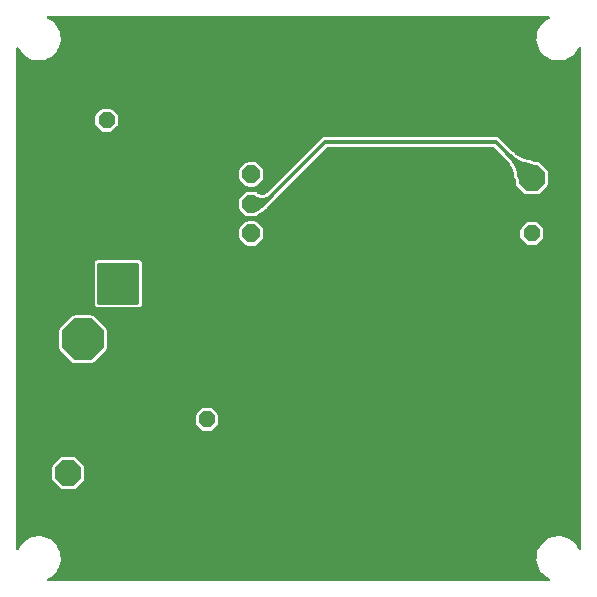
<source format=gbr>
%TF.GenerationSoftware,KiCad,Pcbnew,(6.0.2)*%
%TF.CreationDate,2022-08-10T10:43:00+08:00*%
%TF.ProjectId,TPS5430_Experiment,54505335-3433-4305-9f45-78706572696d,Sage Xiong*%
%TF.SameCoordinates,Original*%
%TF.FileFunction,Copper,L2,Bot*%
%TF.FilePolarity,Positive*%
%FSLAX46Y46*%
G04 Gerber Fmt 4.6, Leading zero omitted, Abs format (unit mm)*
G04 Created by KiCad (PCBNEW (6.0.2)) date 2022-08-10 10:43:00*
%MOMM*%
%LPD*%
G01*
G04 APERTURE LIST*
G04 Aperture macros list*
%AMFreePoly0*
4,1,21,0.304594,0.685355,0.685355,0.304595,0.685355,0.304594,0.700000,0.269239,0.700000,-0.269239,0.689644,-0.294239,0.685355,-0.304595,0.304594,-0.685355,0.269239,-0.700000,-0.269239,-0.700000,-0.294239,-0.689644,-0.304595,-0.685355,-0.685355,-0.304594,-0.700000,-0.269239,-0.700000,0.269239,-0.685355,0.304594,-0.304595,0.685355,-0.294239,0.689644,-0.269239,0.700000,0.269239,0.700000,
0.304594,0.685355,0.304594,0.685355,$1*%
%AMFreePoly1*
4,1,17,0.138909,0.285355,0.285355,0.138909,0.300000,0.103554,0.300000,-0.103554,0.285355,-0.138909,0.138909,-0.285355,0.103554,-0.300000,-0.103554,-0.300000,-0.138909,-0.285355,-0.285355,-0.138909,-0.300000,-0.103554,-0.300000,0.103554,-0.285355,0.138909,-0.138909,0.285355,-0.103554,0.300000,0.103554,0.300000,0.138909,0.285355,0.138909,0.285355,$1*%
%AMFreePoly2*
4,1,21,0.470280,1.085355,1.085355,0.470281,1.085355,0.470280,1.100000,0.434925,1.100000,-0.434925,1.089644,-0.459925,1.085355,-0.470281,0.470280,-1.085355,0.434925,-1.100000,-0.434925,-1.100000,-0.459925,-1.089644,-0.470281,-1.085355,-1.085355,-0.470280,-1.100000,-0.434925,-1.100000,0.434925,-1.085355,0.470280,-0.470281,1.085355,-0.459925,1.089644,-0.434925,1.100000,0.434925,1.100000,
0.470280,1.085355,0.470280,1.085355,$1*%
%AMFreePoly3*
4,1,13,1.735355,1.735355,1.750000,1.700000,1.750000,-1.700000,1.735355,-1.735355,1.700000,-1.750000,-1.700000,-1.750000,-1.735355,-1.735355,-1.750000,-1.700000,-1.750000,1.700000,-1.735355,1.735355,-1.700000,1.750000,1.700000,1.750000,1.735355,1.735355,1.735355,1.735355,$1*%
%AMFreePoly4*
4,1,21,0.893324,1.735355,1.485355,1.143325,1.485355,1.143324,1.500000,1.107969,1.500000,-1.107969,1.489644,-1.132969,1.485355,-1.143325,0.893324,-1.735355,0.857969,-1.750000,-0.857969,-1.750000,-0.882969,-1.739644,-0.893325,-1.735355,-1.485355,-1.143324,-1.500000,-1.107969,-1.500000,1.107969,-1.485355,1.143324,-0.893325,1.735355,-0.882969,1.739644,-0.857969,1.750000,0.857969,1.750000,
0.893324,1.735355,0.893324,1.735355,$1*%
%AMFreePoly5*
4,1,17,0.739519,1.735355,1.735355,0.739519,1.750000,0.704164,1.750000,-0.704164,1.735355,-0.739519,0.739519,-1.735355,0.704164,-1.750000,-0.704164,-1.750000,-0.739519,-1.735355,-1.735355,-0.739519,-1.750000,-0.704164,-1.750000,0.704164,-1.735355,0.739519,-0.739519,1.735355,-0.704164,1.750000,0.704164,1.750000,0.739519,1.735355,0.739519,1.735355,$1*%
%AMFreePoly6*
4,1,17,0.330276,0.747355,0.747355,0.330276,0.762000,0.294921,0.762000,-0.294921,0.747355,-0.330276,0.330276,-0.747355,0.294921,-0.762000,-0.294921,-0.762000,-0.330276,-0.747355,-0.747355,-0.330276,-0.762000,-0.294921,-0.762000,0.294921,-0.747355,0.330276,-0.330276,0.747355,-0.294921,0.762000,0.294921,0.762000,0.330276,0.747355,0.330276,0.747355,$1*%
G04 Aperture macros list end*
%TA.AperFunction,ComponentPad*%
%ADD10FreePoly0,0.000000*%
%TD*%
%TA.AperFunction,ComponentPad*%
%ADD11FreePoly1,180.000000*%
%TD*%
%TA.AperFunction,SMDPad,CuDef*%
%ADD12R,2.950000X4.500000*%
%TD*%
%TA.AperFunction,ComponentPad*%
%ADD13FreePoly0,180.000000*%
%TD*%
%TA.AperFunction,ComponentPad*%
%ADD14FreePoly2,90.000000*%
%TD*%
%TA.AperFunction,ComponentPad*%
%ADD15FreePoly3,0.000000*%
%TD*%
%TA.AperFunction,ComponentPad*%
%ADD16FreePoly4,0.000000*%
%TD*%
%TA.AperFunction,ComponentPad*%
%ADD17FreePoly5,0.000000*%
%TD*%
%TA.AperFunction,ComponentPad*%
%ADD18FreePoly0,270.000000*%
%TD*%
%TA.AperFunction,ComponentPad*%
%ADD19FreePoly6,270.000000*%
%TD*%
%TA.AperFunction,Conductor*%
%ADD20C,0.304800*%
%TD*%
G04 APERTURE END LIST*
D10*
%TO.P,TP3,1,1*%
%TO.N,Net-(C3-Pad1)*%
X163050000Y-96800000D03*
%TO.P,TP3,2*%
%TO.N,GNDREF*%
X165590007Y-96799998D03*
%TD*%
D11*
%TO.P,U1,9,GNDPAD*%
%TO.N,GNDREF*%
X139950000Y-101850000D03*
X141150000Y-101850000D03*
X141150000Y-100750000D03*
D12*
X140550000Y-102550000D03*
D11*
X139950000Y-104350000D03*
X141150000Y-103150000D03*
X139950000Y-100750000D03*
X139950000Y-103150000D03*
X141150000Y-104350000D03*
%TD*%
D13*
%TO.P,TP1,1,1*%
%TO.N,Net-(C2-Pad1)*%
X127043000Y-87206000D03*
%TO.P,TP1,2*%
%TO.N,GNDREF*%
X124503007Y-87206003D03*
%TD*%
D14*
%TO.P,J2,1,Pin_1*%
%TO.N,Net-(C3-Pad1)*%
X163050000Y-92090000D03*
%TO.P,J2,2,Pin_2*%
%TO.N,GNDREF*%
X163050000Y-87010000D03*
%TD*%
%TO.P,J1,1,Pin_1*%
%TO.N,Net-(F1-Pad1)*%
X123800000Y-117090000D03*
%TO.P,J1,2,Pin_2*%
%TO.N,GNDREF*%
X123800000Y-112010000D03*
%TD*%
D15*
%TO.P,J3,1*%
%TO.N,Net-(F1-Pad1)*%
X128050000Y-101050000D03*
D16*
%TO.P,J3,2*%
%TO.N,GNDREF*%
X122050000Y-101050000D03*
D17*
%TO.P,J3,3*%
%TO.N,N/C*%
X125050000Y-105750000D03*
%TD*%
D18*
%TO.P,TP2,1,1*%
%TO.N,Net-(C1-Pad2)*%
X135550000Y-112550000D03*
%TO.P,TP2,2*%
%TO.N,GNDREF*%
X135550005Y-115089998D03*
%TD*%
D19*
%TO.P,RV1,1*%
%TO.N,N/C*%
X139300011Y-91799988D03*
%TO.P,RV1,2*%
%TO.N,Net-(C3-Pad1)*%
X139300011Y-94299983D03*
%TO.P,RV1,3*%
%TO.N,Net-(R1-Pad2)*%
X139300011Y-96799978D03*
%TD*%
D20*
%TO.N,Net-(C3-Pad1)*%
X140300006Y-94299994D02*
X139300010Y-94299994D01*
X145550000Y-89050000D02*
X140300006Y-94299994D01*
X160010000Y-89050000D02*
X145550000Y-89050000D01*
X163050000Y-92090000D02*
X160010000Y-89050000D01*
%TD*%
%TA.AperFunction,Conductor*%
%TO.N,Net-(C3-Pad1)*%
G36*
X141007457Y-93392974D02*
G01*
X141206851Y-93592368D01*
X141210278Y-93600641D01*
X141206971Y-93608793D01*
X141012375Y-93809148D01*
X141012353Y-93809172D01*
X141012334Y-93809191D01*
X141012302Y-93809226D01*
X141012283Y-93809246D01*
X140844327Y-93991652D01*
X140701688Y-94151882D01*
X140701683Y-94151888D01*
X140575187Y-94293785D01*
X140574986Y-94294004D01*
X140455485Y-94421399D01*
X140455054Y-94421834D01*
X140333246Y-94538766D01*
X140332608Y-94539336D01*
X140199101Y-94649933D01*
X140198352Y-94650504D01*
X140043771Y-94758833D01*
X140043038Y-94759307D01*
X139857963Y-94869420D01*
X139857340Y-94869766D01*
X139639587Y-94981955D01*
X139630663Y-94982698D01*
X139626118Y-94979987D01*
X138927781Y-94308411D01*
X138924193Y-94300207D01*
X138927781Y-94291546D01*
X139239642Y-93991652D01*
X139626466Y-93619673D01*
X139634805Y-93616408D01*
X139639383Y-93617439D01*
X139789668Y-93685162D01*
X139789681Y-93685167D01*
X139789869Y-93685252D01*
X139790072Y-93685326D01*
X139936661Y-93738835D01*
X139936666Y-93738837D01*
X139936933Y-93738934D01*
X139937207Y-93739003D01*
X139937213Y-93739005D01*
X140039064Y-93764702D01*
X140075602Y-93773920D01*
X140208117Y-93788896D01*
X140208585Y-93788873D01*
X140208587Y-93788873D01*
X140276895Y-93785502D01*
X140336719Y-93782549D01*
X140337216Y-93782436D01*
X140337220Y-93782435D01*
X140463161Y-93753678D01*
X140463165Y-93753677D01*
X140463650Y-93753566D01*
X140464107Y-93753376D01*
X140464111Y-93753375D01*
X140543077Y-93720591D01*
X140591150Y-93700632D01*
X140591522Y-93700409D01*
X140721154Y-93622618D01*
X140721158Y-93622615D01*
X140721460Y-93622434D01*
X140856823Y-93517660D01*
X140875964Y-93499860D01*
X140991216Y-93392679D01*
X140999608Y-93389555D01*
X141007457Y-93392974D01*
G37*
%TD.AperFunction*%
%TD*%
%TA.AperFunction,Conductor*%
%TO.N,Net-(C3-Pad1)*%
G36*
X160995214Y-89819287D02*
G01*
X161257901Y-90069242D01*
X161257909Y-90069250D01*
X161258035Y-90069369D01*
X161499559Y-90272047D01*
X161499736Y-90272173D01*
X161499740Y-90272176D01*
X161571692Y-90323360D01*
X161720213Y-90429014D01*
X161720440Y-90429146D01*
X161720450Y-90429152D01*
X161893205Y-90529264D01*
X161928694Y-90549830D01*
X161928931Y-90549939D01*
X161928935Y-90549941D01*
X162133499Y-90643963D01*
X162133507Y-90643966D01*
X162133700Y-90644055D01*
X162343928Y-90721250D01*
X162344078Y-90721297D01*
X162344079Y-90721297D01*
X162469187Y-90760213D01*
X162568074Y-90790973D01*
X162814835Y-90862786D01*
X162976270Y-90911240D01*
X163092745Y-90946200D01*
X163093039Y-90946292D01*
X163247445Y-90997103D01*
X163403113Y-91048329D01*
X163409901Y-91054170D01*
X163411154Y-91059214D01*
X163438670Y-92466743D01*
X163435405Y-92475082D01*
X163426743Y-92478670D01*
X162019214Y-92451154D01*
X162011010Y-92447566D01*
X162008329Y-92443113D01*
X161906292Y-92133039D01*
X161906200Y-92132745D01*
X161822807Y-91854906D01*
X161822779Y-91854812D01*
X161751003Y-91608177D01*
X161751002Y-91608175D01*
X161750973Y-91608074D01*
X161681250Y-91383928D01*
X161604055Y-91173700D01*
X161509830Y-90968694D01*
X161448452Y-90862779D01*
X161389152Y-90760450D01*
X161389146Y-90760440D01*
X161389014Y-90760213D01*
X161283360Y-90611692D01*
X161232176Y-90539740D01*
X161232173Y-90539736D01*
X161232047Y-90539559D01*
X161029369Y-90298035D01*
X161029250Y-90297909D01*
X161029242Y-90297901D01*
X160779287Y-90035214D01*
X160776067Y-90026858D01*
X160779490Y-90018876D01*
X160978876Y-89819490D01*
X160987149Y-89816063D01*
X160995214Y-89819287D01*
G37*
%TD.AperFunction*%
%TD*%
%TA.AperFunction,Conductor*%
%TO.N,GNDREF*%
G36*
X164526275Y-78396202D02*
G01*
X164572768Y-78449858D01*
X164582872Y-78520132D01*
X164553378Y-78584712D01*
X164516575Y-78612442D01*
X164517100Y-78613387D01*
X164281828Y-78744069D01*
X164278196Y-78746841D01*
X164071509Y-78904579D01*
X164071505Y-78904583D01*
X164067884Y-78907346D01*
X163879751Y-79099797D01*
X163877066Y-79103486D01*
X163724058Y-79313696D01*
X163724053Y-79313703D01*
X163721370Y-79317390D01*
X163596059Y-79555567D01*
X163506443Y-79809338D01*
X163505560Y-79813820D01*
X163470855Y-79989900D01*
X163454399Y-80073389D01*
X163454172Y-80077942D01*
X163454172Y-80077945D01*
X163444991Y-80262383D01*
X163441018Y-80342186D01*
X163466579Y-80610100D01*
X163530547Y-80871518D01*
X163631583Y-81120963D01*
X163767569Y-81353210D01*
X163935658Y-81563395D01*
X164132327Y-81747113D01*
X164353457Y-81900516D01*
X164594416Y-82020391D01*
X164598750Y-82021812D01*
X164598753Y-82021813D01*
X164845823Y-82102807D01*
X164845829Y-82102808D01*
X164850156Y-82104227D01*
X164854647Y-82105007D01*
X164854648Y-82105007D01*
X165111538Y-82149611D01*
X165111546Y-82149612D01*
X165115319Y-82150267D01*
X165119156Y-82150458D01*
X165198777Y-82154422D01*
X165198785Y-82154422D01*
X165200348Y-82154500D01*
X165368374Y-82154500D01*
X165370642Y-82154335D01*
X165370654Y-82154335D01*
X165501457Y-82144844D01*
X165568425Y-82139985D01*
X165572880Y-82139001D01*
X165572883Y-82139001D01*
X165826770Y-82082947D01*
X165826772Y-82082946D01*
X165831226Y-82081963D01*
X166082900Y-81986613D01*
X166318172Y-81855931D01*
X166464842Y-81743996D01*
X166528491Y-81695421D01*
X166528495Y-81695417D01*
X166532116Y-81692654D01*
X166720249Y-81500203D01*
X166827242Y-81353210D01*
X166875942Y-81286304D01*
X166875947Y-81286297D01*
X166878630Y-81282610D01*
X166986292Y-81077978D01*
X167035711Y-81027005D01*
X167104843Y-81010842D01*
X167171740Y-81034621D01*
X167215160Y-81090791D01*
X167223800Y-81136645D01*
X167223800Y-123462839D01*
X167203798Y-123530960D01*
X167150142Y-123577453D01*
X167079868Y-123587557D01*
X167015288Y-123558063D01*
X166981016Y-123510142D01*
X166970130Y-123483267D01*
X166968417Y-123479037D01*
X166832431Y-123246790D01*
X166664342Y-123036605D01*
X166467673Y-122852887D01*
X166246543Y-122699484D01*
X166005584Y-122579609D01*
X166001250Y-122578188D01*
X166001247Y-122578187D01*
X165754177Y-122497193D01*
X165754171Y-122497192D01*
X165749844Y-122495773D01*
X165745352Y-122494993D01*
X165488462Y-122450389D01*
X165488454Y-122450388D01*
X165484681Y-122449733D01*
X165474718Y-122449237D01*
X165401223Y-122445578D01*
X165401215Y-122445578D01*
X165399652Y-122445500D01*
X165231626Y-122445500D01*
X165229358Y-122445665D01*
X165229346Y-122445665D01*
X165098543Y-122455156D01*
X165031575Y-122460015D01*
X165027120Y-122460999D01*
X165027117Y-122460999D01*
X164773230Y-122517053D01*
X164773228Y-122517054D01*
X164768774Y-122518037D01*
X164517100Y-122613387D01*
X164281828Y-122744069D01*
X164278196Y-122746841D01*
X164071509Y-122904579D01*
X164071505Y-122904583D01*
X164067884Y-122907346D01*
X163879751Y-123099797D01*
X163877066Y-123103486D01*
X163724058Y-123313696D01*
X163724053Y-123313703D01*
X163721370Y-123317390D01*
X163596059Y-123555567D01*
X163506443Y-123809338D01*
X163505560Y-123813820D01*
X163470855Y-123989900D01*
X163454399Y-124073389D01*
X163454172Y-124077942D01*
X163454172Y-124077945D01*
X163444991Y-124262383D01*
X163441018Y-124342186D01*
X163466579Y-124610100D01*
X163530547Y-124871518D01*
X163631583Y-125120963D01*
X163767569Y-125353210D01*
X163935658Y-125563395D01*
X164132327Y-125747113D01*
X164353457Y-125900516D01*
X164523255Y-125984989D01*
X164575336Y-126033240D01*
X164593063Y-126101987D01*
X164570809Y-126169406D01*
X164515637Y-126214090D01*
X164467133Y-126223800D01*
X122141846Y-126223800D01*
X122073725Y-126203798D01*
X122027232Y-126150142D01*
X122017128Y-126079868D01*
X122046622Y-126015288D01*
X122083425Y-125987558D01*
X122082900Y-125986613D01*
X122314179Y-125858149D01*
X122314180Y-125858148D01*
X122318172Y-125855931D01*
X122464842Y-125743996D01*
X122528491Y-125695421D01*
X122528495Y-125695417D01*
X122532116Y-125692654D01*
X122720249Y-125500203D01*
X122827242Y-125353210D01*
X122875942Y-125286304D01*
X122875947Y-125286297D01*
X122878630Y-125282610D01*
X123003941Y-125044433D01*
X123093557Y-124790662D01*
X123118688Y-124663156D01*
X123144720Y-124531083D01*
X123144721Y-124531077D01*
X123145601Y-124526611D01*
X123154782Y-124342186D01*
X123158755Y-124262383D01*
X123158755Y-124262377D01*
X123158982Y-124257814D01*
X123133421Y-123989900D01*
X123069453Y-123728482D01*
X122968417Y-123479037D01*
X122832431Y-123246790D01*
X122664342Y-123036605D01*
X122467673Y-122852887D01*
X122246543Y-122699484D01*
X122005584Y-122579609D01*
X122001250Y-122578188D01*
X122001247Y-122578187D01*
X121754177Y-122497193D01*
X121754171Y-122497192D01*
X121749844Y-122495773D01*
X121745352Y-122494993D01*
X121488462Y-122450389D01*
X121488454Y-122450388D01*
X121484681Y-122449733D01*
X121474718Y-122449237D01*
X121401223Y-122445578D01*
X121401215Y-122445578D01*
X121399652Y-122445500D01*
X121231626Y-122445500D01*
X121229358Y-122445665D01*
X121229346Y-122445665D01*
X121098543Y-122455156D01*
X121031575Y-122460015D01*
X121027120Y-122460999D01*
X121027117Y-122460999D01*
X120773230Y-122517053D01*
X120773228Y-122517054D01*
X120768774Y-122518037D01*
X120517100Y-122613387D01*
X120281828Y-122744069D01*
X120278196Y-122746841D01*
X120071509Y-122904579D01*
X120071505Y-122904583D01*
X120067884Y-122907346D01*
X119879751Y-123099797D01*
X119877066Y-123103486D01*
X119724058Y-123313696D01*
X119724053Y-123313703D01*
X119721370Y-123317390D01*
X119634098Y-123483267D01*
X119613708Y-123522022D01*
X119564289Y-123572995D01*
X119495157Y-123589158D01*
X119428260Y-123565379D01*
X119384840Y-123509209D01*
X119376200Y-123463355D01*
X119376200Y-116655075D01*
X122436393Y-116655075D01*
X122436394Y-117524921D01*
X122456145Y-117624222D01*
X122460265Y-117634170D01*
X122471996Y-117662492D01*
X122528250Y-117746681D01*
X123143325Y-118361756D01*
X123227509Y-118418004D01*
X123237447Y-118422121D01*
X123265769Y-118433853D01*
X123271840Y-118435061D01*
X123271841Y-118435061D01*
X123316198Y-118443884D01*
X123365075Y-118453607D01*
X124234929Y-118453607D01*
X124334229Y-118433853D01*
X124360932Y-118422793D01*
X124372496Y-118418003D01*
X124456681Y-118361750D01*
X125071756Y-117746675D01*
X125128004Y-117662491D01*
X125132124Y-117652545D01*
X125143855Y-117624223D01*
X125163606Y-117524920D01*
X125163607Y-116655070D01*
X125143853Y-116555769D01*
X125132121Y-116527447D01*
X125128004Y-116517509D01*
X125124560Y-116512354D01*
X125075189Y-116438465D01*
X125075186Y-116438461D01*
X125071750Y-116433319D01*
X124456676Y-115818245D01*
X124372492Y-115761996D01*
X124344170Y-115750265D01*
X124334222Y-115746145D01*
X124234920Y-115726394D01*
X123806793Y-115725890D01*
X123365078Y-115726394D01*
X123265777Y-115746145D01*
X123237455Y-115757876D01*
X123227509Y-115761996D01*
X123222369Y-115765430D01*
X123222366Y-115765432D01*
X123148467Y-115814810D01*
X123143319Y-115818250D01*
X122528247Y-116433321D01*
X122471997Y-116517504D01*
X122467207Y-116529068D01*
X122456147Y-116555771D01*
X122454941Y-116561834D01*
X122454941Y-116561836D01*
X122436393Y-116655075D01*
X119376200Y-116655075D01*
X119376200Y-112819244D01*
X134586393Y-112819244D01*
X134606147Y-112918545D01*
X134617879Y-112946867D01*
X134621996Y-112956805D01*
X134625432Y-112961948D01*
X134625434Y-112961951D01*
X134674811Y-113035849D01*
X134674813Y-113035851D01*
X134678250Y-113040995D01*
X135059010Y-113421755D01*
X135143194Y-113478004D01*
X135171516Y-113489735D01*
X135181464Y-113493855D01*
X135216012Y-113500727D01*
X135274807Y-113512421D01*
X135274809Y-113512421D01*
X135280766Y-113513606D01*
X135286841Y-113513629D01*
X135547011Y-113514612D01*
X135547276Y-113514613D01*
X135819236Y-113513606D01*
X135918537Y-113493855D01*
X135946859Y-113482124D01*
X135956805Y-113478004D01*
X135961945Y-113474570D01*
X135961948Y-113474568D01*
X136035847Y-113425190D01*
X136035848Y-113425189D01*
X136040995Y-113421750D01*
X136421753Y-113040993D01*
X136478003Y-112956810D01*
X136482793Y-112945246D01*
X136493853Y-112918543D01*
X136495059Y-112912480D01*
X136495060Y-112912477D01*
X136512401Y-112825304D01*
X136512401Y-112825299D01*
X136513607Y-112819239D01*
X136513606Y-112280765D01*
X136493855Y-112181464D01*
X136489735Y-112171516D01*
X136478004Y-112143194D01*
X136421750Y-112059005D01*
X136040989Y-111678244D01*
X135956805Y-111621996D01*
X135946867Y-111617879D01*
X135918545Y-111606147D01*
X135912474Y-111604939D01*
X135912473Y-111604939D01*
X135868116Y-111596116D01*
X135819239Y-111586393D01*
X135280757Y-111586393D01*
X135181457Y-111606147D01*
X135154754Y-111617207D01*
X135143190Y-111621997D01*
X135059005Y-111678250D01*
X134678244Y-112059011D01*
X134621996Y-112143195D01*
X134617876Y-112153141D01*
X134606145Y-112181463D01*
X134586394Y-112280766D01*
X134586393Y-112819244D01*
X119376200Y-112819244D01*
X119376200Y-106454168D01*
X123036393Y-106454168D01*
X123056147Y-106553468D01*
X123067207Y-106580171D01*
X123071997Y-106591735D01*
X123128250Y-106675920D01*
X124124086Y-107671756D01*
X124208270Y-107728004D01*
X124218208Y-107732121D01*
X124246530Y-107743853D01*
X124252601Y-107745061D01*
X124252602Y-107745061D01*
X124296959Y-107753884D01*
X124345836Y-107763607D01*
X125754169Y-107763607D01*
X125760230Y-107762401D01*
X125760233Y-107762401D01*
X125847403Y-107745060D01*
X125847404Y-107745060D01*
X125853470Y-107743853D01*
X125881792Y-107732121D01*
X125891730Y-107728004D01*
X125896873Y-107724568D01*
X125896876Y-107724566D01*
X125970774Y-107675189D01*
X125970778Y-107675186D01*
X125975920Y-107671750D01*
X126971753Y-106675918D01*
X127028003Y-106591735D01*
X127032793Y-106580171D01*
X127043853Y-106553468D01*
X127063607Y-106454164D01*
X127063607Y-105045831D01*
X127043853Y-104946530D01*
X127032121Y-104918208D01*
X127028004Y-104908270D01*
X126975196Y-104829237D01*
X126975189Y-104829226D01*
X126975186Y-104829222D01*
X126971750Y-104824080D01*
X125975918Y-103828247D01*
X125891735Y-103771997D01*
X125880171Y-103767207D01*
X125853468Y-103756147D01*
X125847405Y-103754941D01*
X125847402Y-103754940D01*
X125760229Y-103737599D01*
X125760224Y-103737599D01*
X125754164Y-103736393D01*
X124345832Y-103736393D01*
X124246532Y-103756147D01*
X124219829Y-103767207D01*
X124208265Y-103771997D01*
X124124080Y-103828250D01*
X123128244Y-104824086D01*
X123071996Y-104908270D01*
X123067879Y-104918208D01*
X123056147Y-104946530D01*
X123036393Y-105045836D01*
X123036393Y-106454168D01*
X119376200Y-106454168D01*
X119376200Y-102749996D01*
X126036394Y-102749996D01*
X126056145Y-102849297D01*
X126060265Y-102859245D01*
X126071996Y-102887567D01*
X126128249Y-102971756D01*
X126138567Y-102978650D01*
X126138569Y-102978652D01*
X126172198Y-103001121D01*
X126212433Y-103028004D01*
X126250702Y-103043855D01*
X126256769Y-103045062D01*
X126256773Y-103045063D01*
X126315763Y-103056796D01*
X126349996Y-103063606D01*
X129749997Y-103063606D01*
X129756064Y-103062399D01*
X129756067Y-103062399D01*
X129789649Y-103055719D01*
X129849298Y-103043855D01*
X129887567Y-103028004D01*
X129971755Y-102971751D01*
X130028004Y-102887567D01*
X130039735Y-102859245D01*
X130043855Y-102849297D01*
X130063606Y-102750004D01*
X130063606Y-99350003D01*
X130043855Y-99250702D01*
X130028004Y-99212433D01*
X129971751Y-99128245D01*
X129887567Y-99071996D01*
X129859245Y-99060265D01*
X129849297Y-99056145D01*
X129843230Y-99054938D01*
X129843226Y-99054937D01*
X129783561Y-99043069D01*
X129750004Y-99036394D01*
X126350004Y-99036394D01*
X126343937Y-99037601D01*
X126343934Y-99037601D01*
X126281129Y-99050093D01*
X126250703Y-99056145D01*
X126240755Y-99060265D01*
X126212433Y-99071996D01*
X126207282Y-99075438D01*
X126138565Y-99121353D01*
X126128244Y-99128249D01*
X126121350Y-99138567D01*
X126121348Y-99138569D01*
X126098879Y-99172198D01*
X126071996Y-99212433D01*
X126056145Y-99250702D01*
X126036394Y-99349996D01*
X126036394Y-102749996D01*
X119376200Y-102749996D01*
X119376200Y-97094904D01*
X138274404Y-97094904D01*
X138275610Y-97100964D01*
X138275610Y-97100968D01*
X138292951Y-97188137D01*
X138294158Y-97194205D01*
X138305890Y-97222527D01*
X138310007Y-97232465D01*
X138313443Y-97237608D01*
X138313445Y-97237611D01*
X138352038Y-97295369D01*
X138366261Y-97316655D01*
X138783336Y-97733731D01*
X138788477Y-97737166D01*
X138788478Y-97737167D01*
X138828048Y-97763607D01*
X138867519Y-97789981D01*
X138879083Y-97794771D01*
X138905786Y-97805831D01*
X138911849Y-97807037D01*
X138911852Y-97807038D01*
X138999092Y-97824392D01*
X138999094Y-97824392D01*
X139005090Y-97825585D01*
X139296388Y-97826261D01*
X139588824Y-97825599D01*
X139588826Y-97825599D01*
X139594937Y-97825585D01*
X139600927Y-97824393D01*
X139600931Y-97824393D01*
X139688171Y-97807038D01*
X139688172Y-97807038D01*
X139694238Y-97805831D01*
X139722560Y-97794099D01*
X139732498Y-97789982D01*
X139737641Y-97786546D01*
X139737644Y-97786544D01*
X139811540Y-97737168D01*
X139811541Y-97737167D01*
X139816688Y-97733728D01*
X140233764Y-97316653D01*
X140237203Y-97311507D01*
X140286573Y-97237620D01*
X140286574Y-97237619D01*
X140290014Y-97232470D01*
X140294804Y-97220906D01*
X140305864Y-97194203D01*
X140307070Y-97188140D01*
X140307071Y-97188137D01*
X140324412Y-97100964D01*
X140324412Y-97100959D01*
X140325618Y-97094899D01*
X140325618Y-97069243D01*
X162086393Y-97069243D01*
X162106147Y-97168543D01*
X162117207Y-97195246D01*
X162121997Y-97206810D01*
X162178250Y-97290995D01*
X162559011Y-97671756D01*
X162643195Y-97728004D01*
X162653141Y-97732124D01*
X162681463Y-97743855D01*
X162687532Y-97745062D01*
X162687535Y-97745063D01*
X162720309Y-97751581D01*
X162780766Y-97763606D01*
X163050092Y-97763607D01*
X163319244Y-97763607D01*
X163325305Y-97762401D01*
X163325308Y-97762401D01*
X163412478Y-97745060D01*
X163412479Y-97745060D01*
X163418545Y-97743853D01*
X163446867Y-97732121D01*
X163456805Y-97728004D01*
X163461949Y-97724567D01*
X163461951Y-97724566D01*
X163535849Y-97675189D01*
X163535853Y-97675186D01*
X163540995Y-97671750D01*
X163921755Y-97290990D01*
X163978004Y-97206806D01*
X163989735Y-97178484D01*
X163993855Y-97168536D01*
X164008501Y-97094899D01*
X164012421Y-97075193D01*
X164012421Y-97075191D01*
X164013606Y-97069234D01*
X164014613Y-96802724D01*
X164013606Y-96530764D01*
X163993855Y-96431463D01*
X163982124Y-96403141D01*
X163978004Y-96393195D01*
X163967470Y-96377429D01*
X163925190Y-96314153D01*
X163925189Y-96314152D01*
X163921750Y-96309005D01*
X163540993Y-95928247D01*
X163456810Y-95871997D01*
X163445246Y-95867207D01*
X163418543Y-95856147D01*
X163412480Y-95854941D01*
X163412477Y-95854940D01*
X163325304Y-95837599D01*
X163325299Y-95837599D01*
X163319239Y-95836393D01*
X163050067Y-95836393D01*
X162780765Y-95836394D01*
X162774698Y-95837601D01*
X162774695Y-95837601D01*
X162711890Y-95850093D01*
X162681464Y-95856145D01*
X162671516Y-95860265D01*
X162657120Y-95866228D01*
X162643194Y-95871996D01*
X162559005Y-95928250D01*
X162178244Y-96309011D01*
X162121996Y-96393195D01*
X162117879Y-96403133D01*
X162106147Y-96431455D01*
X162086393Y-96530761D01*
X162086393Y-97069243D01*
X140325618Y-97069243D01*
X140325618Y-96505053D01*
X140305864Y-96405753D01*
X140294804Y-96379050D01*
X140290014Y-96367486D01*
X140233761Y-96283301D01*
X139816682Y-95866222D01*
X139807767Y-95860265D01*
X139737645Y-95813413D01*
X139732498Y-95809974D01*
X139722560Y-95805857D01*
X139694238Y-95794125D01*
X139688167Y-95792917D01*
X139688166Y-95792917D01*
X139643809Y-95784094D01*
X139594932Y-95774371D01*
X139005086Y-95774371D01*
X138905786Y-95794125D01*
X138879083Y-95805185D01*
X138867519Y-95809975D01*
X138783334Y-95866228D01*
X138366255Y-96283307D01*
X138362815Y-96288456D01*
X138362813Y-96288458D01*
X138345645Y-96314153D01*
X138310007Y-96367491D01*
X138305890Y-96377429D01*
X138294158Y-96405751D01*
X138274404Y-96505057D01*
X138274404Y-97094904D01*
X119376200Y-97094904D01*
X119376200Y-94594909D01*
X138274404Y-94594909D01*
X138294158Y-94694210D01*
X138305890Y-94722532D01*
X138310007Y-94732470D01*
X138366261Y-94816660D01*
X138783336Y-95233736D01*
X138867519Y-95289986D01*
X138879083Y-95294776D01*
X138905786Y-95305836D01*
X138911849Y-95307042D01*
X138911852Y-95307043D01*
X138999092Y-95324397D01*
X138999094Y-95324397D01*
X139005090Y-95325590D01*
X139296388Y-95326266D01*
X139588824Y-95325604D01*
X139588826Y-95325604D01*
X139594937Y-95325590D01*
X139600927Y-95324398D01*
X139600931Y-95324398D01*
X139688171Y-95307043D01*
X139688172Y-95307043D01*
X139694238Y-95305836D01*
X139722560Y-95294104D01*
X139732498Y-95289987D01*
X139737641Y-95286551D01*
X139737644Y-95286549D01*
X139811542Y-95237172D01*
X139811546Y-95237169D01*
X139816688Y-95233733D01*
X139920964Y-95129457D01*
X139952347Y-95106547D01*
X139973672Y-95095560D01*
X139980663Y-95091819D01*
X139981286Y-95091473D01*
X139981651Y-95091263D01*
X139981692Y-95091240D01*
X139987452Y-95087928D01*
X139987473Y-95087916D01*
X139987836Y-95087707D01*
X140172911Y-94977594D01*
X140173430Y-94977272D01*
X140180432Y-94972927D01*
X140180467Y-94972905D01*
X140180963Y-94972597D01*
X140181696Y-94972123D01*
X140189541Y-94966841D01*
X140189987Y-94966529D01*
X140190027Y-94966501D01*
X140272356Y-94908805D01*
X140344122Y-94858512D01*
X140352344Y-94852500D01*
X140353093Y-94851929D01*
X140361137Y-94845535D01*
X140395994Y-94816660D01*
X140494179Y-94735323D01*
X140494644Y-94734938D01*
X140501835Y-94728751D01*
X140502473Y-94728181D01*
X140509146Y-94722001D01*
X140509469Y-94721691D01*
X140509504Y-94721658D01*
X140630634Y-94605376D01*
X140630954Y-94605069D01*
X140631241Y-94604786D01*
X140631291Y-94604738D01*
X140635161Y-94600929D01*
X140635176Y-94600915D01*
X140635487Y-94600608D01*
X140635918Y-94600173D01*
X140640738Y-94595173D01*
X140646788Y-94588724D01*
X140760131Y-94467893D01*
X140760239Y-94467778D01*
X140762117Y-94465754D01*
X140762318Y-94465535D01*
X140764786Y-94462806D01*
X140891282Y-94320909D01*
X140891330Y-94320952D01*
X140891468Y-94320827D01*
X140891405Y-94320771D01*
X141031946Y-94162897D01*
X141033362Y-94161334D01*
X141195755Y-93984970D01*
X141198061Y-93982531D01*
X141371436Y-93804025D01*
X141372726Y-93802717D01*
X145681638Y-89493805D01*
X145743950Y-89459779D01*
X145770733Y-89456900D01*
X159789266Y-89456900D01*
X159857387Y-89476902D01*
X159878362Y-89493805D01*
X160602366Y-90217810D01*
X160604550Y-90220049D01*
X160837188Y-90464536D01*
X160842406Y-90470373D01*
X160907046Y-90547403D01*
X161027722Y-90691208D01*
X161033875Y-90699166D01*
X161076385Y-90758925D01*
X161076387Y-90758927D01*
X161171777Y-90893019D01*
X161178124Y-90902881D01*
X161228687Y-90990134D01*
X161281067Y-91080522D01*
X161286535Y-91091077D01*
X161367002Y-91266148D01*
X161370790Y-91275327D01*
X161439528Y-91462524D01*
X161441553Y-91468500D01*
X161507408Y-91680215D01*
X161508075Y-91682431D01*
X161559981Y-91860790D01*
X161578897Y-91925787D01*
X161578945Y-91925949D01*
X161579325Y-91927242D01*
X161579349Y-91927323D01*
X161579377Y-91927417D01*
X161579444Y-91927642D01*
X161579475Y-91927746D01*
X161579529Y-91927926D01*
X161661172Y-92199933D01*
X161662922Y-92205765D01*
X161663791Y-92208601D01*
X161663883Y-92208895D01*
X161665020Y-92212435D01*
X161665078Y-92212611D01*
X161665088Y-92212642D01*
X161680080Y-92258199D01*
X161686394Y-92297585D01*
X161686394Y-92524921D01*
X161706145Y-92624222D01*
X161710265Y-92634170D01*
X161721996Y-92662492D01*
X161778250Y-92746681D01*
X162393325Y-93361756D01*
X162398474Y-93365196D01*
X162398476Y-93365198D01*
X162406582Y-93370614D01*
X162477509Y-93418004D01*
X162487447Y-93422121D01*
X162515769Y-93433853D01*
X162521840Y-93435061D01*
X162521841Y-93435061D01*
X162566198Y-93443884D01*
X162615075Y-93453607D01*
X163484929Y-93453607D01*
X163584229Y-93433853D01*
X163610932Y-93422793D01*
X163622496Y-93418003D01*
X163706681Y-93361750D01*
X164321756Y-92746675D01*
X164328102Y-92737178D01*
X164374567Y-92667635D01*
X164378004Y-92662491D01*
X164382124Y-92652545D01*
X164393855Y-92624223D01*
X164413606Y-92524920D01*
X164413607Y-91655070D01*
X164393853Y-91555769D01*
X164382121Y-91527447D01*
X164378004Y-91517509D01*
X164365628Y-91498987D01*
X164325189Y-91438465D01*
X164325186Y-91438461D01*
X164321750Y-91433319D01*
X163706676Y-90818245D01*
X163699460Y-90813423D01*
X163627640Y-90765436D01*
X163622492Y-90761996D01*
X163594170Y-90750265D01*
X163584222Y-90746145D01*
X163484920Y-90726394D01*
X163256619Y-90726126D01*
X163217386Y-90719813D01*
X163172435Y-90705020D01*
X163172230Y-90704954D01*
X163169126Y-90703957D01*
X163169069Y-90703939D01*
X163168895Y-90703883D01*
X163168601Y-90703791D01*
X163165765Y-90702922D01*
X163165711Y-90702906D01*
X163165653Y-90702888D01*
X163108701Y-90685794D01*
X163049290Y-90667962D01*
X163049289Y-90667962D01*
X162887854Y-90619508D01*
X162885810Y-90618904D01*
X162642373Y-90548058D01*
X162640198Y-90547403D01*
X162544631Y-90517675D01*
X162544631Y-90517676D01*
X162477720Y-90496863D01*
X162428498Y-90481552D01*
X162422531Y-90479530D01*
X162235322Y-90410787D01*
X162226140Y-90406998D01*
X162051079Y-90326536D01*
X162040524Y-90321068D01*
X162020560Y-90309499D01*
X161862886Y-90218127D01*
X161853023Y-90211780D01*
X161718927Y-90116387D01*
X161718926Y-90116386D01*
X161659166Y-90073875D01*
X161651208Y-90067722D01*
X161594917Y-90020485D01*
X161430373Y-89882406D01*
X161424536Y-89877188D01*
X161180049Y-89644550D01*
X161177810Y-89642366D01*
X160275077Y-88739634D01*
X160252151Y-88716708D01*
X160232096Y-88706490D01*
X160215241Y-88696160D01*
X160205057Y-88688761D01*
X160197032Y-88682930D01*
X160187599Y-88679865D01*
X160187597Y-88679864D01*
X160175620Y-88675972D01*
X160157358Y-88668408D01*
X160146140Y-88662692D01*
X160146139Y-88662692D01*
X160137306Y-88658191D01*
X160115074Y-88654670D01*
X160095848Y-88650054D01*
X160083879Y-88646165D01*
X160074446Y-88643100D01*
X145485554Y-88643100D01*
X145476121Y-88646165D01*
X145464152Y-88650054D01*
X145444926Y-88654670D01*
X145422694Y-88658191D01*
X145413861Y-88662692D01*
X145413860Y-88662692D01*
X145402642Y-88668408D01*
X145384380Y-88675972D01*
X145372403Y-88679864D01*
X145372401Y-88679865D01*
X145362968Y-88682930D01*
X145354943Y-88688761D01*
X145344759Y-88696160D01*
X145327904Y-88706490D01*
X145307849Y-88716708D01*
X140814677Y-93209880D01*
X140811388Y-93213053D01*
X140702990Y-93313860D01*
X140702988Y-93313862D01*
X140696447Y-93319945D01*
X140687763Y-93327318D01*
X140583765Y-93407814D01*
X140571477Y-93416213D01*
X140484444Y-93468442D01*
X140467924Y-93476771D01*
X140455970Y-93481735D01*
X140445679Y-93486007D01*
X140395990Y-93506636D01*
X140375727Y-93513104D01*
X140312708Y-93527494D01*
X140290871Y-93530503D01*
X140268468Y-93531609D01*
X140264372Y-93531811D01*
X140226378Y-93533686D01*
X140206019Y-93533042D01*
X140150823Y-93526805D01*
X140129575Y-93524404D01*
X140112910Y-93521374D01*
X140101198Y-93518419D01*
X140101196Y-93518418D01*
X140018045Y-93497439D01*
X140005665Y-93493629D01*
X139934866Y-93467786D01*
X139888975Y-93438520D01*
X139816682Y-93366227D01*
X139809991Y-93361756D01*
X139737645Y-93313418D01*
X139732498Y-93309979D01*
X139722560Y-93305862D01*
X139694238Y-93294130D01*
X139688167Y-93292922D01*
X139688166Y-93292922D01*
X139643809Y-93284099D01*
X139594932Y-93274376D01*
X139005086Y-93274376D01*
X138905786Y-93294130D01*
X138879083Y-93305190D01*
X138867519Y-93309980D01*
X138783334Y-93366233D01*
X138366255Y-93783312D01*
X138362815Y-93788461D01*
X138362813Y-93788463D01*
X138352415Y-93804025D01*
X138310007Y-93867496D01*
X138305890Y-93877434D01*
X138294158Y-93905756D01*
X138274404Y-94005062D01*
X138274404Y-94594909D01*
X119376200Y-94594909D01*
X119376200Y-92094914D01*
X138274404Y-92094914D01*
X138294158Y-92194215D01*
X138305890Y-92222537D01*
X138310007Y-92232475D01*
X138313443Y-92237618D01*
X138313445Y-92237621D01*
X138353512Y-92297585D01*
X138366261Y-92316665D01*
X138783336Y-92733741D01*
X138788477Y-92737176D01*
X138788478Y-92737177D01*
X138794984Y-92741524D01*
X138867519Y-92789991D01*
X138879083Y-92794781D01*
X138905786Y-92805841D01*
X138911849Y-92807047D01*
X138911852Y-92807048D01*
X138999092Y-92824402D01*
X138999094Y-92824402D01*
X139005090Y-92825595D01*
X139296388Y-92826271D01*
X139588824Y-92825609D01*
X139588826Y-92825609D01*
X139594937Y-92825595D01*
X139600927Y-92824403D01*
X139600931Y-92824403D01*
X139688171Y-92807048D01*
X139688172Y-92807048D01*
X139694238Y-92805841D01*
X139722560Y-92794109D01*
X139732498Y-92789992D01*
X139737641Y-92786556D01*
X139737644Y-92786554D01*
X139811540Y-92737178D01*
X139811541Y-92737177D01*
X139816688Y-92733738D01*
X140233764Y-92316663D01*
X140237203Y-92311517D01*
X140286573Y-92237630D01*
X140286574Y-92237629D01*
X140290014Y-92232480D01*
X140294804Y-92220916D01*
X140305864Y-92194213D01*
X140307070Y-92188150D01*
X140307071Y-92188147D01*
X140324412Y-92100974D01*
X140324412Y-92100969D01*
X140325618Y-92094909D01*
X140325618Y-91505063D01*
X140305864Y-91405763D01*
X140294804Y-91379060D01*
X140290014Y-91367496D01*
X140233761Y-91283311D01*
X139816682Y-90866232D01*
X139732498Y-90809984D01*
X139722560Y-90805867D01*
X139694238Y-90794135D01*
X139688167Y-90792927D01*
X139688166Y-90792927D01*
X139643809Y-90784104D01*
X139594932Y-90774381D01*
X139005086Y-90774381D01*
X138905786Y-90794135D01*
X138879083Y-90805195D01*
X138867519Y-90809985D01*
X138783334Y-90866238D01*
X138366255Y-91283317D01*
X138310007Y-91367501D01*
X138305890Y-91377439D01*
X138294158Y-91405761D01*
X138292950Y-91411832D01*
X138292950Y-91411833D01*
X138284127Y-91456190D01*
X138274404Y-91505067D01*
X138274404Y-92094914D01*
X119376200Y-92094914D01*
X119376200Y-87203276D01*
X126078387Y-87203276D01*
X126079394Y-87475236D01*
X126099145Y-87574537D01*
X126101510Y-87580247D01*
X126101512Y-87580253D01*
X126110880Y-87602867D01*
X126114996Y-87612805D01*
X126118434Y-87617950D01*
X126118437Y-87617956D01*
X126167804Y-87691838D01*
X126171250Y-87696995D01*
X126552007Y-88077753D01*
X126636190Y-88134003D01*
X126647754Y-88138793D01*
X126674457Y-88149853D01*
X126680520Y-88151059D01*
X126680523Y-88151060D01*
X126767696Y-88168401D01*
X126767701Y-88168401D01*
X126773761Y-88169607D01*
X127042933Y-88169607D01*
X127312235Y-88169606D01*
X127318302Y-88168399D01*
X127318305Y-88168399D01*
X127381110Y-88155907D01*
X127411536Y-88149855D01*
X127421484Y-88145735D01*
X127449806Y-88134004D01*
X127533995Y-88077750D01*
X127914756Y-87696989D01*
X127971004Y-87612805D01*
X127975121Y-87602867D01*
X127986853Y-87574545D01*
X128006607Y-87475239D01*
X128006607Y-86936757D01*
X127986853Y-86837457D01*
X127975793Y-86810754D01*
X127971003Y-86799190D01*
X127914750Y-86715005D01*
X127533989Y-86334244D01*
X127449805Y-86277996D01*
X127439859Y-86273876D01*
X127411537Y-86262145D01*
X127405468Y-86260938D01*
X127405465Y-86260937D01*
X127372691Y-86254419D01*
X127312234Y-86242394D01*
X127042908Y-86242393D01*
X126773756Y-86242393D01*
X126767695Y-86243599D01*
X126767692Y-86243599D01*
X126680522Y-86260940D01*
X126674455Y-86262147D01*
X126646133Y-86273879D01*
X126636195Y-86277996D01*
X126631052Y-86281432D01*
X126631049Y-86281434D01*
X126557151Y-86330811D01*
X126557147Y-86330814D01*
X126552005Y-86334250D01*
X126171245Y-86715010D01*
X126114996Y-86799194D01*
X126103265Y-86827516D01*
X126099145Y-86837464D01*
X126079394Y-86936766D01*
X126078387Y-87203276D01*
X119376200Y-87203276D01*
X119376200Y-81137161D01*
X119396202Y-81069040D01*
X119449858Y-81022547D01*
X119520132Y-81012443D01*
X119584712Y-81041937D01*
X119618984Y-81089858D01*
X119631583Y-81120963D01*
X119767569Y-81353210D01*
X119935658Y-81563395D01*
X120132327Y-81747113D01*
X120353457Y-81900516D01*
X120594416Y-82020391D01*
X120598750Y-82021812D01*
X120598753Y-82021813D01*
X120845823Y-82102807D01*
X120845829Y-82102808D01*
X120850156Y-82104227D01*
X120854647Y-82105007D01*
X120854648Y-82105007D01*
X121111538Y-82149611D01*
X121111546Y-82149612D01*
X121115319Y-82150267D01*
X121119156Y-82150458D01*
X121198777Y-82154422D01*
X121198785Y-82154422D01*
X121200348Y-82154500D01*
X121368374Y-82154500D01*
X121370642Y-82154335D01*
X121370654Y-82154335D01*
X121501457Y-82144844D01*
X121568425Y-82139985D01*
X121572880Y-82139001D01*
X121572883Y-82139001D01*
X121826770Y-82082947D01*
X121826772Y-82082946D01*
X121831226Y-82081963D01*
X122082900Y-81986613D01*
X122318172Y-81855931D01*
X122464842Y-81743996D01*
X122528491Y-81695421D01*
X122528495Y-81695417D01*
X122532116Y-81692654D01*
X122720249Y-81500203D01*
X122827242Y-81353210D01*
X122875942Y-81286304D01*
X122875947Y-81286297D01*
X122878630Y-81282610D01*
X123003941Y-81044433D01*
X123093557Y-80790662D01*
X123118688Y-80663156D01*
X123144720Y-80531083D01*
X123144721Y-80531077D01*
X123145601Y-80526611D01*
X123154782Y-80342186D01*
X123158755Y-80262383D01*
X123158755Y-80262377D01*
X123158982Y-80257814D01*
X123133421Y-79989900D01*
X123069453Y-79728482D01*
X122968417Y-79479037D01*
X122832431Y-79246790D01*
X122664342Y-79036605D01*
X122467673Y-78852887D01*
X122246543Y-78699484D01*
X122076745Y-78615011D01*
X122024664Y-78566760D01*
X122006937Y-78498013D01*
X122029191Y-78430594D01*
X122084363Y-78385910D01*
X122132867Y-78376200D01*
X164458154Y-78376200D01*
X164526275Y-78396202D01*
G37*
%TD.AperFunction*%
%TD*%
M02*

</source>
